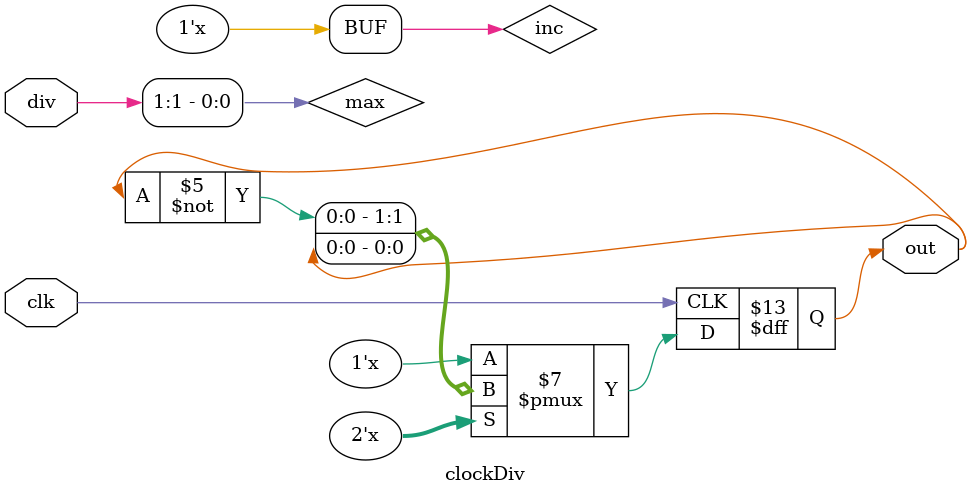
<source format=v>
`timescale 1ns / 1ps

module vga_colour_bars(clk,vga_vs,vga_hs,vga_r,vga_g,vga_b,r,g,b,vFree,hFree);

	input  clk;
	input [3:0] r,g,b;
	output  vga_vs,vga_hs,hFree,vFree;
	output reg [3:0] vga_r,vga_g,vga_b;
	reg [3:0] free;
	wire [9:0] hc,vc;
	
	// video structure constants
	parameter hpixels = 799;// horizontal pixels per line
	parameter vlines = 521; // vertical lines per frame
	parameter hpulse = 96; 	// hsync pulse length
	parameter vpulse = 2; 	// vsync pulse length
	//changed from hbp=144 to below to accomodate screen
	parameter hbp = 144; 	// end of horizontal back porch
	parameter hfp = 784; 	// beginning of horizontal front porch
	//changed from vbp=31 to below to accomodate screen
	parameter vbp = 31; 	// end of vertical back porch
	parameter vfp = 511; 	// beginning of vertical front porch
	// active horizontal video is therefore: 784 - 144 = 640
	// active vertical video is therefore: 511 - 31 = 480
	
	always@(*)
	begin
		// first check if we're within vertical active video range
		if (vc >= vbp && vc < vfp)
		begin
			// now display different colors every 80 pixels
			// while we're within the active horizontal range
			// -----------------
			// display white bar
			if (hc >= hbp && hc < (hbp+80))
			begin
				vga_r = 4'b1111;
				vga_g = 4'b1111;
				vga_b = 4'b1111;
			end
			// display yellow bar
			else if (hc >= (hbp+80) && hc < (hbp+160))
			begin
				vga_r = 4'b1111;
				vga_g = 4'b1111;
				vga_b = 4'b0000;
			end
			// display cyan bar
			else if (hc >= (hbp+160) && hc < (hbp+240))
			begin
				vga_r = 4'b0000;
				vga_g = 4'b1111;
				vga_b = 4'b1111;
			end
			// display green bar
			else if (hc >= (hbp+240) && hc < (hbp+320))
			begin
				vga_r = 4'b0000;
				vga_g = 4'b1111;
				vga_b = 4'b0000;
			end
			// display magenta bar
			else if (hc >= (hbp+320) && hc < (hbp+400))
			begin
				vga_r = 4'b1111;
				vga_g = 4'b0000;
				vga_b = 4'b1111;
			end
			// display red bar
			else if (hc >= (hbp+400) && hc < (hbp+480))
			begin
				vga_r = 4'b1111;
				vga_g = 4'b0000;
				vga_b = 4'b0000;
			end
			// display blue bar
			else if (hc >= (hbp+480) && hc < (hbp+560))
			begin
				vga_r = 4'b0000;
				vga_g = 4'b0000;
				vga_b = 4'b1111;
			end
			// display black bar
			else if (hc >= (hbp+560) && hc < (hbp+640))
			begin
				vga_r = 4'b0000;
				vga_g = 4'b0000;
				vga_b = 4'b0000;
			end
			// we're outside active horizontal range so display black
			else
			begin
				vga_r = 0;
				vga_g = 0;
				vga_b = 0;
			end
		end
		// we're outside active vertical range so display black
		else
		begin
			vga_r = 0;
			vga_g = 0;
			vga_b = 0;
		end
	end
			
	vgaPulse H(pixelClk,hpulse,hbp,hfp,hpixels,vga_hs,hFree,hc);
	vgaPulse V(vga_hs,vpulse,vbp,vfp,vlines,vga_vs,vFree,vc);
	clockDiv pixelClock(clk,32'd4,pixelClk);
endmodule
	
module vgaPulse(clk,stage1,stage2,stage3,endStage,syncPulse,free,position);

	reg [12:0] count;
	reg inc;
	reg[10:0] posCount;
	output [10:0] position;
	assign position=posCount;
	input [21:0] stage1,stage2,stage3,endStage;
	input clk;

	//wether the count is in each stage
	reg S0,S1,S2,S3;
	output  syncPulse,free;
	//free if and only if in stage 0
	assign free=fr;
	//sync is high if in stage 0 1 or 3
	assign syncPulse=sp;
	reg fr,sp;

	always@(*)begin

	inc=(count>endStage);
	//stage0
	S0<=(((count>21'd0)||(count==21'd0))&&(count<stage1)||(count==endStage));
	//stage1
	S1<=(((count>stage1)||(count==stage1))&&(count<stage2));
	//stage2
	S2<=(((count>stage2)||(count==stage2))&&(count<stage3));
	//stage3
	S3<=(((count>stage3)||(count==stage3))&&(count<endStage));
	//free if and only if in stage 0

	end

	always@(negedge clk)begin
	
	//free if and only if in stage 0
	fr<=S2;
	//sync is high if in stage 0 1 or 3
	sp<=S1||S2||S3;
	end

	//at the clock edge
	always@(posedge clk) begin
		case(free)
			0:posCount=0;
			1:posCount=posCount+1;
		endcase
		
		case(inc)
			1:count=0;
			0:count=count+1;
		endcase
	end
endmodule


module clockDiv(clk,div,out);
	output reg out;
	input clk;
	input [31:0] div;
	reg [31:0] count;
	reg inc;
	reg outhold;
	reg max;
	//assign out=outhold;
	always begin inc=(count>max); max=div>>1;end

	always@(posedge clk)begin
		case(inc)
			1:begin count=0; out=~out; end
			0:begin count=count+1; end
		endcase
	end
endmodule

</source>
